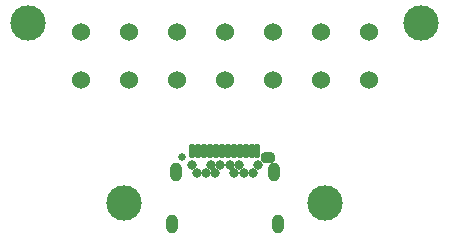
<source format=gbr>
%TF.GenerationSoftware,KiCad,Pcbnew,7.0.5*%
%TF.CreationDate,2024-02-16T09:22:18-05:00*%
%TF.ProjectId,female_connector,66656d61-6c65-45f6-936f-6e6e6563746f,rev?*%
%TF.SameCoordinates,Original*%
%TF.FileFunction,Soldermask,Top*%
%TF.FilePolarity,Negative*%
%FSLAX46Y46*%
G04 Gerber Fmt 4.6, Leading zero omitted, Abs format (unit mm)*
G04 Created by KiCad (PCBNEW 7.0.5) date 2024-02-16 09:22:18*
%MOMM*%
%LPD*%
G01*
G04 APERTURE LIST*
G04 Aperture macros list*
%AMRoundRect*
0 Rectangle with rounded corners*
0 $1 Rounding radius*
0 $2 $3 $4 $5 $6 $7 $8 $9 X,Y pos of 4 corners*
0 Add a 4 corners polygon primitive as box body*
4,1,4,$2,$3,$4,$5,$6,$7,$8,$9,$2,$3,0*
0 Add four circle primitives for the rounded corners*
1,1,$1+$1,$2,$3*
1,1,$1+$1,$4,$5*
1,1,$1+$1,$6,$7*
1,1,$1+$1,$8,$9*
0 Add four rect primitives between the rounded corners*
20,1,$1+$1,$2,$3,$4,$5,0*
20,1,$1+$1,$4,$5,$6,$7,0*
20,1,$1+$1,$6,$7,$8,$9,0*
20,1,$1+$1,$8,$9,$2,$3,0*%
G04 Aperture macros list end*
%ADD10C,0.010000*%
%ADD11C,1.524000*%
%ADD12C,3.000000*%
%ADD13C,0.650000*%
%ADD14RoundRect,0.102000X-0.150000X-0.450000X0.150000X-0.450000X0.150000X0.450000X-0.150000X0.450000X0*%
%ADD15C,0.804000*%
%ADD16O,1.004000X1.604000*%
G04 APERTURE END LIST*
%TO.C,J2*%
D10*
X144107000Y-87916000D02*
X144129000Y-87917000D01*
X144151000Y-87920000D01*
X144173000Y-87924000D01*
X144195000Y-87929000D01*
X144216000Y-87936000D01*
X144237000Y-87943000D01*
X144258000Y-87952000D01*
X144278000Y-87961000D01*
X144297000Y-87972000D01*
X144316000Y-87984000D01*
X144335000Y-87996000D01*
X144352000Y-88010000D01*
X144369000Y-88024000D01*
X144386000Y-88039000D01*
X144401000Y-88056000D01*
X144415000Y-88073000D01*
X144429000Y-88090000D01*
X144441000Y-88109000D01*
X144453000Y-88127000D01*
X144464000Y-88147000D01*
X144473000Y-88167000D01*
X144482000Y-88188000D01*
X144489000Y-88209000D01*
X144496000Y-88230000D01*
X144501000Y-88252000D01*
X144505000Y-88274000D01*
X144508000Y-88296000D01*
X144509000Y-88318000D01*
X144510000Y-88340000D01*
X144509000Y-88362000D01*
X144508000Y-88384000D01*
X144505000Y-88406000D01*
X144501000Y-88428000D01*
X144496000Y-88450000D01*
X144489000Y-88471000D01*
X144482000Y-88492000D01*
X144473000Y-88513000D01*
X144464000Y-88533000D01*
X144453000Y-88552000D01*
X144441000Y-88571000D01*
X144429000Y-88590000D01*
X144415000Y-88607000D01*
X144401000Y-88624000D01*
X144386000Y-88641000D01*
X144369000Y-88656000D01*
X144352000Y-88670000D01*
X144335000Y-88684000D01*
X144316000Y-88696000D01*
X144297000Y-88708000D01*
X144278000Y-88719000D01*
X144258000Y-88728000D01*
X144237000Y-88737000D01*
X144216000Y-88744000D01*
X144195000Y-88751000D01*
X144173000Y-88756000D01*
X144151000Y-88760000D01*
X144129000Y-88763000D01*
X144107000Y-88764000D01*
X144085000Y-88765000D01*
X143785000Y-88765000D01*
X143763000Y-88764000D01*
X143741000Y-88763000D01*
X143719000Y-88760000D01*
X143697000Y-88756000D01*
X143675000Y-88751000D01*
X143654000Y-88744000D01*
X143633000Y-88737000D01*
X143612000Y-88728000D01*
X143592000Y-88719000D01*
X143572000Y-88708000D01*
X143554000Y-88696000D01*
X143535000Y-88684000D01*
X143518000Y-88670000D01*
X143501000Y-88656000D01*
X143484000Y-88641000D01*
X143469000Y-88624000D01*
X143455000Y-88607000D01*
X143441000Y-88590000D01*
X143429000Y-88571000D01*
X143417000Y-88552000D01*
X143406000Y-88533000D01*
X143397000Y-88513000D01*
X143388000Y-88492000D01*
X143381000Y-88471000D01*
X143374000Y-88450000D01*
X143369000Y-88428000D01*
X143365000Y-88406000D01*
X143362000Y-88384000D01*
X143361000Y-88362000D01*
X143360000Y-88340000D01*
X143361000Y-88318000D01*
X143362000Y-88296000D01*
X143365000Y-88274000D01*
X143369000Y-88252000D01*
X143374000Y-88230000D01*
X143381000Y-88209000D01*
X143388000Y-88188000D01*
X143397000Y-88167000D01*
X143406000Y-88147000D01*
X143417000Y-88127000D01*
X143429000Y-88109000D01*
X143441000Y-88090000D01*
X143455000Y-88073000D01*
X143469000Y-88056000D01*
X143484000Y-88039000D01*
X143501000Y-88024000D01*
X143518000Y-88010000D01*
X143535000Y-87996000D01*
X143554000Y-87984000D01*
X143572000Y-87972000D01*
X143592000Y-87961000D01*
X143612000Y-87952000D01*
X143633000Y-87943000D01*
X143654000Y-87936000D01*
X143675000Y-87929000D01*
X143697000Y-87924000D01*
X143719000Y-87920000D01*
X143741000Y-87917000D01*
X143763000Y-87916000D01*
X143785000Y-87915000D01*
X144085000Y-87915000D01*
X144107000Y-87916000D01*
G36*
X144107000Y-87916000D02*
G01*
X144129000Y-87917000D01*
X144151000Y-87920000D01*
X144173000Y-87924000D01*
X144195000Y-87929000D01*
X144216000Y-87936000D01*
X144237000Y-87943000D01*
X144258000Y-87952000D01*
X144278000Y-87961000D01*
X144297000Y-87972000D01*
X144316000Y-87984000D01*
X144335000Y-87996000D01*
X144352000Y-88010000D01*
X144369000Y-88024000D01*
X144386000Y-88039000D01*
X144401000Y-88056000D01*
X144415000Y-88073000D01*
X144429000Y-88090000D01*
X144441000Y-88109000D01*
X144453000Y-88127000D01*
X144464000Y-88147000D01*
X144473000Y-88167000D01*
X144482000Y-88188000D01*
X144489000Y-88209000D01*
X144496000Y-88230000D01*
X144501000Y-88252000D01*
X144505000Y-88274000D01*
X144508000Y-88296000D01*
X144509000Y-88318000D01*
X144510000Y-88340000D01*
X144509000Y-88362000D01*
X144508000Y-88384000D01*
X144505000Y-88406000D01*
X144501000Y-88428000D01*
X144496000Y-88450000D01*
X144489000Y-88471000D01*
X144482000Y-88492000D01*
X144473000Y-88513000D01*
X144464000Y-88533000D01*
X144453000Y-88552000D01*
X144441000Y-88571000D01*
X144429000Y-88590000D01*
X144415000Y-88607000D01*
X144401000Y-88624000D01*
X144386000Y-88641000D01*
X144369000Y-88656000D01*
X144352000Y-88670000D01*
X144335000Y-88684000D01*
X144316000Y-88696000D01*
X144297000Y-88708000D01*
X144278000Y-88719000D01*
X144258000Y-88728000D01*
X144237000Y-88737000D01*
X144216000Y-88744000D01*
X144195000Y-88751000D01*
X144173000Y-88756000D01*
X144151000Y-88760000D01*
X144129000Y-88763000D01*
X144107000Y-88764000D01*
X144085000Y-88765000D01*
X143785000Y-88765000D01*
X143763000Y-88764000D01*
X143741000Y-88763000D01*
X143719000Y-88760000D01*
X143697000Y-88756000D01*
X143675000Y-88751000D01*
X143654000Y-88744000D01*
X143633000Y-88737000D01*
X143612000Y-88728000D01*
X143592000Y-88719000D01*
X143572000Y-88708000D01*
X143554000Y-88696000D01*
X143535000Y-88684000D01*
X143518000Y-88670000D01*
X143501000Y-88656000D01*
X143484000Y-88641000D01*
X143469000Y-88624000D01*
X143455000Y-88607000D01*
X143441000Y-88590000D01*
X143429000Y-88571000D01*
X143417000Y-88552000D01*
X143406000Y-88533000D01*
X143397000Y-88513000D01*
X143388000Y-88492000D01*
X143381000Y-88471000D01*
X143374000Y-88450000D01*
X143369000Y-88428000D01*
X143365000Y-88406000D01*
X143362000Y-88384000D01*
X143361000Y-88362000D01*
X143360000Y-88340000D01*
X143361000Y-88318000D01*
X143362000Y-88296000D01*
X143365000Y-88274000D01*
X143369000Y-88252000D01*
X143374000Y-88230000D01*
X143381000Y-88209000D01*
X143388000Y-88188000D01*
X143397000Y-88167000D01*
X143406000Y-88147000D01*
X143417000Y-88127000D01*
X143429000Y-88109000D01*
X143441000Y-88090000D01*
X143455000Y-88073000D01*
X143469000Y-88056000D01*
X143484000Y-88039000D01*
X143501000Y-88024000D01*
X143518000Y-88010000D01*
X143535000Y-87996000D01*
X143554000Y-87984000D01*
X143572000Y-87972000D01*
X143592000Y-87961000D01*
X143612000Y-87952000D01*
X143633000Y-87943000D01*
X143654000Y-87936000D01*
X143675000Y-87929000D01*
X143697000Y-87924000D01*
X143719000Y-87920000D01*
X143741000Y-87917000D01*
X143763000Y-87916000D01*
X143785000Y-87915000D01*
X144085000Y-87915000D01*
X144107000Y-87916000D01*
G37*
%TD*%
D11*
%TO.C,J1*%
X128143000Y-77724000D03*
X132207000Y-77724000D03*
X136271000Y-77724000D03*
X140335000Y-77724000D03*
X144399000Y-77724000D03*
X148463000Y-77724000D03*
X152527000Y-77724000D03*
X128143000Y-81788000D03*
X132207000Y-81788000D03*
X136271000Y-81788000D03*
X140335000Y-81788000D03*
X144399000Y-81788000D03*
X148463000Y-81788000D03*
X152527000Y-81788000D03*
%TD*%
D12*
%TO.C,H1*%
X123698000Y-76962000D03*
%TD*%
D13*
%TO.C,J2*%
X136735000Y-88340000D03*
X143935000Y-88340000D03*
D14*
X137585000Y-87780000D03*
X138085000Y-87780000D03*
X138585000Y-87780000D03*
X139085000Y-87780000D03*
X139585000Y-87780000D03*
X140085000Y-87780000D03*
X140585000Y-87780000D03*
X141085000Y-87780000D03*
X141585000Y-87780000D03*
X142085000Y-87780000D03*
X142585000Y-87780000D03*
X143085000Y-87780000D03*
D15*
X143135000Y-88990000D03*
X142735000Y-89690000D03*
X141935000Y-89690000D03*
X141535000Y-88990000D03*
X141135000Y-89690000D03*
X140735000Y-88990000D03*
X139935000Y-88990000D03*
X139535000Y-89690000D03*
X139135000Y-88990000D03*
X138735000Y-89690000D03*
X137935000Y-89690000D03*
X137535000Y-88990000D03*
D16*
X136205000Y-89580000D03*
X144465000Y-89580000D03*
X135845000Y-93980000D03*
X144825000Y-93980000D03*
%TD*%
D12*
%TO.C,H4*%
X148844000Y-92202000D03*
%TD*%
%TO.C,H3*%
X131826000Y-92202000D03*
%TD*%
%TO.C,H2*%
X156972000Y-76962000D03*
%TD*%
M02*

</source>
